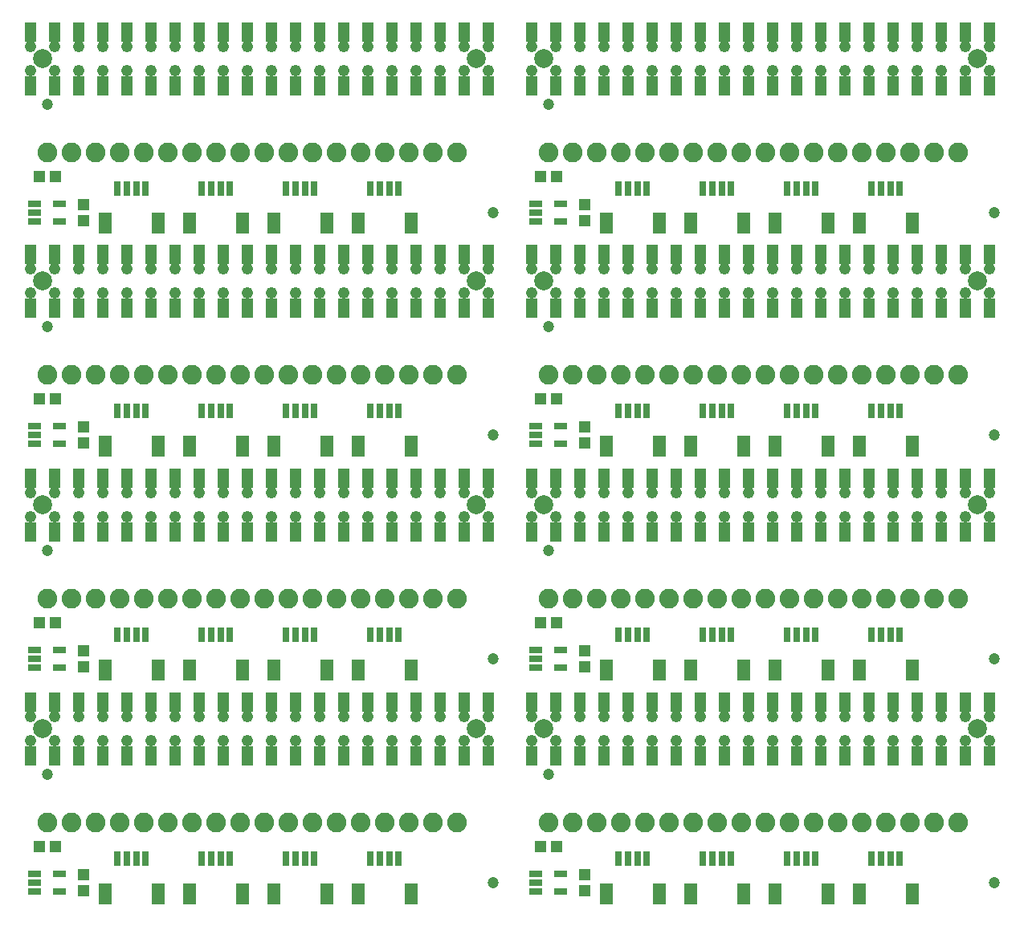
<source format=gts>
G75*
%MOIN*%
%OFA0B0*%
%FSLAX25Y25*%
%IPPOS*%
%LPD*%
%AMOC8*
5,1,8,0,0,1.08239X$1,22.5*
%
%ADD10C,0.04737*%
%ADD11R,0.05524X0.08674*%
%ADD12R,0.03162X0.06115*%
%ADD13C,0.08200*%
%ADD14R,0.04816X0.08162*%
%ADD15C,0.04816*%
%ADD16C,0.07887*%
%ADD17R,0.05131X0.04737*%
%ADD18R,0.04737X0.05131*%
%ADD19R,0.05524X0.02965*%
D10*
X0118333Y0073333D03*
X0118333Y0166333D03*
X0118333Y0259333D03*
X0118333Y0351680D03*
X0303333Y0306680D03*
X0326333Y0351680D03*
X0326333Y0259333D03*
X0303333Y0214333D03*
X0326333Y0166333D03*
X0303333Y0121333D03*
X0326333Y0073333D03*
X0303333Y0028333D03*
X0511333Y0028333D03*
X0511333Y0121333D03*
X0511333Y0214333D03*
X0511333Y0306680D03*
D11*
X0477360Y0302212D03*
X0455313Y0302212D03*
X0442357Y0302211D03*
X0420310Y0302211D03*
X0407357Y0302211D03*
X0385310Y0302211D03*
X0372357Y0302211D03*
X0350310Y0302211D03*
X0269360Y0302212D03*
X0247313Y0302212D03*
X0234357Y0302211D03*
X0212310Y0302211D03*
X0199357Y0302211D03*
X0177310Y0302211D03*
X0164357Y0302211D03*
X0142310Y0302211D03*
X0142310Y0209865D03*
X0164357Y0209865D03*
X0177310Y0209865D03*
X0199357Y0209865D03*
X0212310Y0209865D03*
X0234357Y0209865D03*
X0247313Y0209865D03*
X0269360Y0209865D03*
X0350310Y0209865D03*
X0372357Y0209865D03*
X0385310Y0209865D03*
X0407357Y0209865D03*
X0420310Y0209865D03*
X0442357Y0209865D03*
X0455313Y0209865D03*
X0477360Y0209865D03*
X0477360Y0116865D03*
X0455313Y0116865D03*
X0442357Y0116865D03*
X0420310Y0116865D03*
X0407357Y0116865D03*
X0385310Y0116865D03*
X0372357Y0116865D03*
X0350310Y0116865D03*
X0269360Y0116865D03*
X0247313Y0116865D03*
X0234357Y0116865D03*
X0212310Y0116865D03*
X0199357Y0116865D03*
X0177310Y0116865D03*
X0164357Y0116865D03*
X0142310Y0116865D03*
X0142310Y0023865D03*
X0164357Y0023865D03*
X0177310Y0023865D03*
X0199357Y0023865D03*
X0212310Y0023865D03*
X0234357Y0023865D03*
X0247313Y0023865D03*
X0269360Y0023865D03*
X0350310Y0023865D03*
X0372357Y0023865D03*
X0385310Y0023865D03*
X0407357Y0023865D03*
X0420310Y0023865D03*
X0442357Y0023865D03*
X0455313Y0023865D03*
X0477360Y0023865D03*
D12*
X0472242Y0038334D03*
X0468305Y0038334D03*
X0464368Y0038334D03*
X0460431Y0038334D03*
X0437239Y0038333D03*
X0433302Y0038333D03*
X0429365Y0038333D03*
X0425428Y0038333D03*
X0402239Y0038333D03*
X0398302Y0038333D03*
X0394365Y0038333D03*
X0390428Y0038333D03*
X0367239Y0038333D03*
X0363302Y0038333D03*
X0359365Y0038333D03*
X0355428Y0038333D03*
X0264242Y0038334D03*
X0260305Y0038334D03*
X0256368Y0038334D03*
X0252431Y0038334D03*
X0229239Y0038333D03*
X0225302Y0038333D03*
X0221365Y0038333D03*
X0217428Y0038333D03*
X0194239Y0038333D03*
X0190302Y0038333D03*
X0186365Y0038333D03*
X0182428Y0038333D03*
X0159239Y0038333D03*
X0155302Y0038333D03*
X0151365Y0038333D03*
X0147428Y0038333D03*
X0147428Y0131333D03*
X0151365Y0131333D03*
X0155302Y0131333D03*
X0159239Y0131333D03*
X0182428Y0131333D03*
X0186365Y0131333D03*
X0190302Y0131333D03*
X0194239Y0131333D03*
X0217428Y0131333D03*
X0221365Y0131333D03*
X0225302Y0131333D03*
X0229239Y0131333D03*
X0252431Y0131334D03*
X0256368Y0131334D03*
X0260305Y0131334D03*
X0264242Y0131334D03*
X0355428Y0131333D03*
X0359365Y0131333D03*
X0363302Y0131333D03*
X0367239Y0131333D03*
X0390428Y0131333D03*
X0394365Y0131333D03*
X0398302Y0131333D03*
X0402239Y0131333D03*
X0425428Y0131333D03*
X0429365Y0131333D03*
X0433302Y0131333D03*
X0437239Y0131333D03*
X0460431Y0131334D03*
X0464368Y0131334D03*
X0468305Y0131334D03*
X0472242Y0131334D03*
X0472242Y0224334D03*
X0468305Y0224334D03*
X0464368Y0224334D03*
X0460431Y0224334D03*
X0437239Y0224333D03*
X0433302Y0224333D03*
X0429365Y0224333D03*
X0425428Y0224333D03*
X0402239Y0224333D03*
X0398302Y0224333D03*
X0394365Y0224333D03*
X0390428Y0224333D03*
X0367239Y0224333D03*
X0363302Y0224333D03*
X0359365Y0224333D03*
X0355428Y0224333D03*
X0264242Y0224334D03*
X0260305Y0224334D03*
X0256368Y0224334D03*
X0252431Y0224334D03*
X0229239Y0224333D03*
X0225302Y0224333D03*
X0221365Y0224333D03*
X0217428Y0224333D03*
X0194239Y0224333D03*
X0190302Y0224333D03*
X0186365Y0224333D03*
X0182428Y0224333D03*
X0159239Y0224333D03*
X0155302Y0224333D03*
X0151365Y0224333D03*
X0147428Y0224333D03*
X0147428Y0316680D03*
X0151365Y0316680D03*
X0155302Y0316680D03*
X0159239Y0316680D03*
X0182428Y0316680D03*
X0186365Y0316680D03*
X0190302Y0316680D03*
X0194239Y0316680D03*
X0217428Y0316680D03*
X0221365Y0316680D03*
X0225302Y0316680D03*
X0229239Y0316680D03*
X0252431Y0316680D03*
X0256368Y0316680D03*
X0260305Y0316680D03*
X0264242Y0316680D03*
X0355428Y0316680D03*
X0359365Y0316680D03*
X0363302Y0316680D03*
X0367239Y0316680D03*
X0390428Y0316680D03*
X0394365Y0316680D03*
X0398302Y0316680D03*
X0402239Y0316680D03*
X0425428Y0316680D03*
X0429365Y0316680D03*
X0433302Y0316680D03*
X0437239Y0316680D03*
X0460431Y0316680D03*
X0464368Y0316680D03*
X0468305Y0316680D03*
X0472242Y0316680D03*
D13*
X0476333Y0331680D03*
X0486333Y0331680D03*
X0496333Y0331680D03*
X0466333Y0331680D03*
X0456333Y0331680D03*
X0446333Y0331680D03*
X0436333Y0331680D03*
X0426333Y0331680D03*
X0416333Y0331680D03*
X0406333Y0331680D03*
X0396333Y0331680D03*
X0386333Y0331680D03*
X0376333Y0331680D03*
X0366333Y0331680D03*
X0356333Y0331680D03*
X0346333Y0331680D03*
X0336333Y0331680D03*
X0326333Y0331680D03*
X0288333Y0331680D03*
X0278333Y0331680D03*
X0268333Y0331680D03*
X0258333Y0331680D03*
X0248333Y0331680D03*
X0238333Y0331680D03*
X0228333Y0331680D03*
X0218333Y0331680D03*
X0208333Y0331680D03*
X0198333Y0331680D03*
X0188333Y0331680D03*
X0178333Y0331680D03*
X0168333Y0331680D03*
X0158333Y0331680D03*
X0148333Y0331680D03*
X0138333Y0331680D03*
X0128333Y0331680D03*
X0118333Y0331680D03*
X0118333Y0239333D03*
X0128333Y0239333D03*
X0138333Y0239333D03*
X0148333Y0239333D03*
X0158333Y0239333D03*
X0168333Y0239333D03*
X0178333Y0239333D03*
X0188333Y0239333D03*
X0198333Y0239333D03*
X0208333Y0239333D03*
X0218333Y0239333D03*
X0228333Y0239333D03*
X0238333Y0239333D03*
X0248333Y0239333D03*
X0258333Y0239333D03*
X0268333Y0239333D03*
X0278333Y0239333D03*
X0288333Y0239333D03*
X0326333Y0239333D03*
X0336333Y0239333D03*
X0346333Y0239333D03*
X0356333Y0239333D03*
X0366333Y0239333D03*
X0376333Y0239333D03*
X0386333Y0239333D03*
X0396333Y0239333D03*
X0406333Y0239333D03*
X0416333Y0239333D03*
X0426333Y0239333D03*
X0436333Y0239333D03*
X0446333Y0239333D03*
X0456333Y0239333D03*
X0466333Y0239333D03*
X0476333Y0239333D03*
X0486333Y0239333D03*
X0496333Y0239333D03*
X0496333Y0146333D03*
X0486333Y0146333D03*
X0476333Y0146333D03*
X0466333Y0146333D03*
X0456333Y0146333D03*
X0446333Y0146333D03*
X0436333Y0146333D03*
X0426333Y0146333D03*
X0416333Y0146333D03*
X0406333Y0146333D03*
X0396333Y0146333D03*
X0386333Y0146333D03*
X0376333Y0146333D03*
X0366333Y0146333D03*
X0356333Y0146333D03*
X0346333Y0146333D03*
X0336333Y0146333D03*
X0326333Y0146333D03*
X0288333Y0146333D03*
X0278333Y0146333D03*
X0268333Y0146333D03*
X0258333Y0146333D03*
X0248333Y0146333D03*
X0238333Y0146333D03*
X0228333Y0146333D03*
X0218333Y0146333D03*
X0208333Y0146333D03*
X0198333Y0146333D03*
X0188333Y0146333D03*
X0178333Y0146333D03*
X0168333Y0146333D03*
X0158333Y0146333D03*
X0148333Y0146333D03*
X0138333Y0146333D03*
X0128333Y0146333D03*
X0118333Y0146333D03*
X0118333Y0053333D03*
X0128333Y0053333D03*
X0138333Y0053333D03*
X0148333Y0053333D03*
X0158333Y0053333D03*
X0168333Y0053333D03*
X0178333Y0053333D03*
X0188333Y0053333D03*
X0198333Y0053333D03*
X0208333Y0053333D03*
X0218333Y0053333D03*
X0228333Y0053333D03*
X0238333Y0053333D03*
X0248333Y0053333D03*
X0258333Y0053333D03*
X0268333Y0053333D03*
X0278333Y0053333D03*
X0288333Y0053333D03*
X0326333Y0053333D03*
X0336333Y0053333D03*
X0346333Y0053333D03*
X0356333Y0053333D03*
X0366333Y0053333D03*
X0376333Y0053333D03*
X0386333Y0053333D03*
X0396333Y0053333D03*
X0406333Y0053333D03*
X0416333Y0053333D03*
X0426333Y0053333D03*
X0436333Y0053333D03*
X0446333Y0053333D03*
X0456333Y0053333D03*
X0466333Y0053333D03*
X0476333Y0053333D03*
X0486333Y0053333D03*
X0496333Y0053333D03*
D14*
X0111286Y0080951D03*
X0121286Y0080951D03*
X0131286Y0080951D03*
X0141286Y0080951D03*
X0151286Y0080951D03*
X0161286Y0080951D03*
X0171286Y0080951D03*
X0181286Y0080951D03*
X0191286Y0080951D03*
X0201286Y0080951D03*
X0211286Y0080951D03*
X0221286Y0080951D03*
X0231286Y0080951D03*
X0241286Y0080951D03*
X0251286Y0080951D03*
X0261286Y0080951D03*
X0271286Y0080951D03*
X0281286Y0080951D03*
X0291286Y0080951D03*
X0301286Y0080951D03*
X0319286Y0080951D03*
X0329286Y0080951D03*
X0339286Y0080951D03*
X0349286Y0080951D03*
X0359286Y0080951D03*
X0369286Y0080951D03*
X0379286Y0080951D03*
X0389286Y0080951D03*
X0399286Y0080951D03*
X0409286Y0080951D03*
X0419286Y0080951D03*
X0429286Y0080951D03*
X0439286Y0080951D03*
X0449286Y0080951D03*
X0459286Y0080951D03*
X0469286Y0080951D03*
X0479286Y0080951D03*
X0489286Y0080951D03*
X0499286Y0080951D03*
X0509286Y0080951D03*
X0509286Y0103510D03*
X0499286Y0103510D03*
X0489286Y0103510D03*
X0479286Y0103510D03*
X0469286Y0103510D03*
X0459286Y0103510D03*
X0449286Y0103510D03*
X0439286Y0103510D03*
X0429286Y0103510D03*
X0419286Y0103510D03*
X0409286Y0103510D03*
X0399286Y0103510D03*
X0389286Y0103510D03*
X0379286Y0103510D03*
X0369286Y0103510D03*
X0359286Y0103510D03*
X0349286Y0103510D03*
X0339286Y0103510D03*
X0329286Y0103510D03*
X0319286Y0103510D03*
X0301286Y0103510D03*
X0291286Y0103510D03*
X0281286Y0103510D03*
X0271286Y0103510D03*
X0261286Y0103510D03*
X0251286Y0103510D03*
X0241286Y0103510D03*
X0231286Y0103510D03*
X0221286Y0103510D03*
X0211286Y0103510D03*
X0201286Y0103510D03*
X0191286Y0103510D03*
X0181286Y0103510D03*
X0171286Y0103510D03*
X0161286Y0103510D03*
X0151286Y0103510D03*
X0141286Y0103510D03*
X0131286Y0103510D03*
X0121286Y0103510D03*
X0111286Y0103510D03*
X0111286Y0173951D03*
X0121286Y0173951D03*
X0131286Y0173951D03*
X0141286Y0173951D03*
X0151286Y0173951D03*
X0161286Y0173951D03*
X0171286Y0173951D03*
X0181286Y0173951D03*
X0191286Y0173951D03*
X0201286Y0173951D03*
X0211286Y0173951D03*
X0221286Y0173951D03*
X0231286Y0173951D03*
X0241286Y0173951D03*
X0251286Y0173951D03*
X0261286Y0173951D03*
X0271286Y0173951D03*
X0281286Y0173951D03*
X0291286Y0173951D03*
X0301286Y0173951D03*
X0319286Y0173951D03*
X0329286Y0173951D03*
X0339286Y0173951D03*
X0349286Y0173951D03*
X0359286Y0173951D03*
X0369286Y0173951D03*
X0379286Y0173951D03*
X0389286Y0173951D03*
X0399286Y0173951D03*
X0409286Y0173951D03*
X0419286Y0173951D03*
X0429286Y0173951D03*
X0439286Y0173951D03*
X0449286Y0173951D03*
X0459286Y0173951D03*
X0469286Y0173951D03*
X0479286Y0173951D03*
X0489286Y0173951D03*
X0499286Y0173951D03*
X0509286Y0173951D03*
X0509286Y0196510D03*
X0499286Y0196510D03*
X0489286Y0196510D03*
X0479286Y0196510D03*
X0469286Y0196510D03*
X0459286Y0196510D03*
X0449286Y0196510D03*
X0439286Y0196510D03*
X0429286Y0196510D03*
X0419286Y0196510D03*
X0409286Y0196510D03*
X0399286Y0196510D03*
X0389286Y0196510D03*
X0379286Y0196510D03*
X0369286Y0196510D03*
X0359286Y0196510D03*
X0349286Y0196510D03*
X0339286Y0196510D03*
X0329286Y0196510D03*
X0319286Y0196510D03*
X0301286Y0196510D03*
X0291286Y0196510D03*
X0281286Y0196510D03*
X0271286Y0196510D03*
X0261286Y0196510D03*
X0251286Y0196510D03*
X0241286Y0196510D03*
X0231286Y0196510D03*
X0221286Y0196510D03*
X0211286Y0196510D03*
X0201286Y0196510D03*
X0191286Y0196510D03*
X0181286Y0196510D03*
X0171286Y0196510D03*
X0161286Y0196510D03*
X0151286Y0196510D03*
X0141286Y0196510D03*
X0131286Y0196510D03*
X0121286Y0196510D03*
X0111286Y0196510D03*
X0111286Y0266951D03*
X0121286Y0266951D03*
X0131286Y0266951D03*
X0141286Y0266951D03*
X0151286Y0266951D03*
X0161286Y0266951D03*
X0171286Y0266951D03*
X0181286Y0266951D03*
X0191286Y0266951D03*
X0201286Y0266951D03*
X0211286Y0266951D03*
X0221286Y0266951D03*
X0231286Y0266951D03*
X0241286Y0266951D03*
X0251286Y0266951D03*
X0261286Y0266951D03*
X0271286Y0266951D03*
X0281286Y0266951D03*
X0291286Y0266951D03*
X0301286Y0266951D03*
X0319286Y0266951D03*
X0329286Y0266951D03*
X0339286Y0266951D03*
X0349286Y0266951D03*
X0359286Y0266951D03*
X0369286Y0266951D03*
X0379286Y0266951D03*
X0389286Y0266951D03*
X0399286Y0266951D03*
X0409286Y0266951D03*
X0419286Y0266951D03*
X0429286Y0266951D03*
X0439286Y0266951D03*
X0449286Y0266951D03*
X0459286Y0266951D03*
X0469286Y0266951D03*
X0479286Y0266951D03*
X0489286Y0266951D03*
X0499286Y0266951D03*
X0509286Y0266951D03*
X0509286Y0289510D03*
X0499286Y0289510D03*
X0489286Y0289510D03*
X0479286Y0289510D03*
X0469286Y0289510D03*
X0459286Y0289510D03*
X0449286Y0289510D03*
X0439286Y0289510D03*
X0429286Y0289510D03*
X0419286Y0289510D03*
X0409286Y0289510D03*
X0399286Y0289510D03*
X0389286Y0289510D03*
X0379286Y0289510D03*
X0369286Y0289510D03*
X0359286Y0289510D03*
X0349286Y0289510D03*
X0339286Y0289510D03*
X0329286Y0289510D03*
X0319286Y0289510D03*
X0301286Y0289510D03*
X0291286Y0289510D03*
X0281286Y0289510D03*
X0271286Y0289510D03*
X0261286Y0289510D03*
X0251286Y0289510D03*
X0241286Y0289510D03*
X0231286Y0289510D03*
X0221286Y0289510D03*
X0211286Y0289510D03*
X0201286Y0289510D03*
X0191286Y0289510D03*
X0181286Y0289510D03*
X0171286Y0289510D03*
X0161286Y0289510D03*
X0151286Y0289510D03*
X0141286Y0289510D03*
X0131286Y0289510D03*
X0121286Y0289510D03*
X0111286Y0289510D03*
X0111286Y0359298D03*
X0121286Y0359298D03*
X0131286Y0359298D03*
X0141286Y0359298D03*
X0151286Y0359298D03*
X0161286Y0359298D03*
X0171286Y0359298D03*
X0181286Y0359298D03*
X0191286Y0359298D03*
X0201286Y0359298D03*
X0211286Y0359298D03*
X0221286Y0359298D03*
X0231286Y0359298D03*
X0241286Y0359298D03*
X0251286Y0359298D03*
X0261286Y0359298D03*
X0271286Y0359298D03*
X0281286Y0359298D03*
X0291286Y0359298D03*
X0301286Y0359298D03*
X0319286Y0359298D03*
X0329286Y0359298D03*
X0339286Y0359298D03*
X0349286Y0359298D03*
X0359286Y0359298D03*
X0369286Y0359298D03*
X0379286Y0359298D03*
X0389286Y0359298D03*
X0399286Y0359298D03*
X0409286Y0359298D03*
X0419286Y0359298D03*
X0429286Y0359298D03*
X0439286Y0359298D03*
X0449286Y0359298D03*
X0459286Y0359298D03*
X0469286Y0359298D03*
X0479286Y0359298D03*
X0489286Y0359298D03*
X0499286Y0359298D03*
X0509286Y0359298D03*
X0509286Y0381857D03*
X0499286Y0381857D03*
X0489286Y0381857D03*
X0479286Y0381857D03*
X0469286Y0381857D03*
X0459286Y0381857D03*
X0449286Y0381857D03*
X0439286Y0381857D03*
X0429286Y0381857D03*
X0419286Y0381857D03*
X0409286Y0381857D03*
X0399286Y0381857D03*
X0389286Y0381857D03*
X0379286Y0381857D03*
X0369286Y0381857D03*
X0359286Y0381857D03*
X0349286Y0381857D03*
X0339286Y0381857D03*
X0329286Y0381857D03*
X0319286Y0381857D03*
X0301286Y0381857D03*
X0291286Y0381857D03*
X0281286Y0381857D03*
X0271286Y0381857D03*
X0261286Y0381857D03*
X0251286Y0381857D03*
X0241286Y0381857D03*
X0231286Y0381857D03*
X0221286Y0381857D03*
X0211286Y0381857D03*
X0201286Y0381857D03*
X0191286Y0381857D03*
X0181286Y0381857D03*
X0171286Y0381857D03*
X0161286Y0381857D03*
X0151286Y0381857D03*
X0141286Y0381857D03*
X0131286Y0381857D03*
X0121286Y0381857D03*
X0111286Y0381857D03*
D15*
X0111286Y0375577D03*
X0111286Y0365577D03*
X0121286Y0365577D03*
X0121286Y0375577D03*
X0131286Y0375577D03*
X0131286Y0365577D03*
X0141286Y0365577D03*
X0141286Y0375577D03*
X0151286Y0375577D03*
X0151286Y0365577D03*
X0161286Y0365577D03*
X0161286Y0375577D03*
X0171286Y0375577D03*
X0171286Y0365577D03*
X0181286Y0365577D03*
X0191286Y0365577D03*
X0191286Y0375577D03*
X0181286Y0375577D03*
X0201286Y0375577D03*
X0201286Y0365577D03*
X0211286Y0365577D03*
X0211286Y0375577D03*
X0221286Y0375577D03*
X0221286Y0365577D03*
X0231286Y0365577D03*
X0241286Y0365577D03*
X0241286Y0375577D03*
X0231286Y0375577D03*
X0251286Y0375577D03*
X0251286Y0365577D03*
X0261286Y0365577D03*
X0261286Y0375577D03*
X0271286Y0375577D03*
X0271286Y0365577D03*
X0281286Y0365577D03*
X0291286Y0365577D03*
X0291286Y0375577D03*
X0281286Y0375577D03*
X0301286Y0375577D03*
X0301286Y0365577D03*
X0319286Y0365577D03*
X0329286Y0365577D03*
X0329286Y0375577D03*
X0319286Y0375577D03*
X0339286Y0375577D03*
X0339286Y0365577D03*
X0349286Y0365577D03*
X0349286Y0375577D03*
X0359286Y0375577D03*
X0359286Y0365577D03*
X0369286Y0365577D03*
X0379286Y0365577D03*
X0379286Y0375577D03*
X0369286Y0375577D03*
X0389286Y0375577D03*
X0389286Y0365577D03*
X0399286Y0365577D03*
X0399286Y0375577D03*
X0409286Y0375577D03*
X0409286Y0365577D03*
X0419286Y0365577D03*
X0429286Y0365577D03*
X0429286Y0375577D03*
X0419286Y0375577D03*
X0439286Y0375577D03*
X0439286Y0365577D03*
X0449286Y0365577D03*
X0459286Y0365577D03*
X0459286Y0375577D03*
X0449286Y0375577D03*
X0469286Y0375577D03*
X0469286Y0365577D03*
X0479286Y0365577D03*
X0479286Y0375577D03*
X0489286Y0375577D03*
X0489286Y0365577D03*
X0499286Y0365577D03*
X0509286Y0365577D03*
X0509286Y0375577D03*
X0499286Y0375577D03*
X0499286Y0283231D03*
X0509286Y0283231D03*
X0509286Y0273231D03*
X0499286Y0273231D03*
X0489286Y0273231D03*
X0479286Y0273231D03*
X0469286Y0273231D03*
X0459286Y0273231D03*
X0449286Y0273231D03*
X0439286Y0273231D03*
X0429286Y0273231D03*
X0419286Y0273231D03*
X0409286Y0273231D03*
X0399286Y0273231D03*
X0389286Y0273231D03*
X0379286Y0273231D03*
X0369286Y0273231D03*
X0359286Y0273231D03*
X0349286Y0273231D03*
X0339286Y0273231D03*
X0329286Y0273231D03*
X0319286Y0273231D03*
X0319286Y0283231D03*
X0329286Y0283231D03*
X0339286Y0283231D03*
X0349286Y0283231D03*
X0359286Y0283231D03*
X0369286Y0283231D03*
X0379286Y0283231D03*
X0389286Y0283231D03*
X0399286Y0283231D03*
X0409286Y0283231D03*
X0419286Y0283231D03*
X0429286Y0283231D03*
X0439286Y0283231D03*
X0449286Y0283231D03*
X0459286Y0283231D03*
X0469286Y0283231D03*
X0479286Y0283231D03*
X0489286Y0283231D03*
X0489286Y0190231D03*
X0479286Y0190231D03*
X0469286Y0190231D03*
X0459286Y0190231D03*
X0449286Y0190231D03*
X0439286Y0190231D03*
X0429286Y0190231D03*
X0419286Y0190231D03*
X0409286Y0190231D03*
X0399286Y0190231D03*
X0389286Y0190231D03*
X0379286Y0190231D03*
X0369286Y0190231D03*
X0359286Y0190231D03*
X0349286Y0190231D03*
X0339286Y0190231D03*
X0329286Y0190231D03*
X0319286Y0190231D03*
X0319286Y0180231D03*
X0329286Y0180231D03*
X0339286Y0180231D03*
X0349286Y0180231D03*
X0359286Y0180231D03*
X0369286Y0180231D03*
X0379286Y0180231D03*
X0389286Y0180231D03*
X0399286Y0180231D03*
X0409286Y0180231D03*
X0419286Y0180231D03*
X0429286Y0180231D03*
X0439286Y0180231D03*
X0449286Y0180231D03*
X0459286Y0180231D03*
X0469286Y0180231D03*
X0479286Y0180231D03*
X0489286Y0180231D03*
X0499286Y0180231D03*
X0509286Y0180231D03*
X0509286Y0190231D03*
X0499286Y0190231D03*
X0499286Y0097231D03*
X0509286Y0097231D03*
X0509286Y0087231D03*
X0499286Y0087231D03*
X0489286Y0087231D03*
X0479286Y0087231D03*
X0469286Y0087231D03*
X0459286Y0087231D03*
X0449286Y0087231D03*
X0439286Y0087231D03*
X0429286Y0087231D03*
X0419286Y0087231D03*
X0409286Y0087231D03*
X0399286Y0087231D03*
X0389286Y0087231D03*
X0379286Y0087231D03*
X0369286Y0087231D03*
X0359286Y0087231D03*
X0349286Y0087231D03*
X0339286Y0087231D03*
X0329286Y0087231D03*
X0319286Y0087231D03*
X0319286Y0097231D03*
X0329286Y0097231D03*
X0339286Y0097231D03*
X0349286Y0097231D03*
X0359286Y0097231D03*
X0369286Y0097231D03*
X0379286Y0097231D03*
X0389286Y0097231D03*
X0399286Y0097231D03*
X0409286Y0097231D03*
X0419286Y0097231D03*
X0429286Y0097231D03*
X0439286Y0097231D03*
X0449286Y0097231D03*
X0459286Y0097231D03*
X0469286Y0097231D03*
X0479286Y0097231D03*
X0489286Y0097231D03*
X0301286Y0097231D03*
X0291286Y0097231D03*
X0281286Y0097231D03*
X0271286Y0097231D03*
X0261286Y0097231D03*
X0251286Y0097231D03*
X0241286Y0097231D03*
X0231286Y0097231D03*
X0221286Y0097231D03*
X0211286Y0097231D03*
X0201286Y0097231D03*
X0191286Y0097231D03*
X0181286Y0097231D03*
X0171286Y0097231D03*
X0161286Y0097231D03*
X0151286Y0097231D03*
X0141286Y0097231D03*
X0131286Y0097231D03*
X0121286Y0097231D03*
X0111286Y0097231D03*
X0111286Y0087231D03*
X0121286Y0087231D03*
X0131286Y0087231D03*
X0141286Y0087231D03*
X0151286Y0087231D03*
X0161286Y0087231D03*
X0171286Y0087231D03*
X0181286Y0087231D03*
X0191286Y0087231D03*
X0201286Y0087231D03*
X0211286Y0087231D03*
X0221286Y0087231D03*
X0231286Y0087231D03*
X0241286Y0087231D03*
X0251286Y0087231D03*
X0261286Y0087231D03*
X0271286Y0087231D03*
X0281286Y0087231D03*
X0291286Y0087231D03*
X0301286Y0087231D03*
X0301286Y0180231D03*
X0291286Y0180231D03*
X0281286Y0180231D03*
X0271286Y0180231D03*
X0261286Y0180231D03*
X0251286Y0180231D03*
X0241286Y0180231D03*
X0231286Y0180231D03*
X0221286Y0180231D03*
X0211286Y0180231D03*
X0201286Y0180231D03*
X0191286Y0180231D03*
X0181286Y0180231D03*
X0171286Y0180231D03*
X0161286Y0180231D03*
X0151286Y0180231D03*
X0141286Y0180231D03*
X0131286Y0180231D03*
X0121286Y0180231D03*
X0111286Y0180231D03*
X0111286Y0190231D03*
X0121286Y0190231D03*
X0131286Y0190231D03*
X0141286Y0190231D03*
X0151286Y0190231D03*
X0161286Y0190231D03*
X0171286Y0190231D03*
X0181286Y0190231D03*
X0191286Y0190231D03*
X0201286Y0190231D03*
X0211286Y0190231D03*
X0221286Y0190231D03*
X0231286Y0190231D03*
X0241286Y0190231D03*
X0251286Y0190231D03*
X0261286Y0190231D03*
X0271286Y0190231D03*
X0281286Y0190231D03*
X0291286Y0190231D03*
X0301286Y0190231D03*
X0301286Y0273231D03*
X0291286Y0273231D03*
X0281286Y0273231D03*
X0271286Y0273231D03*
X0261286Y0273231D03*
X0251286Y0273231D03*
X0241286Y0273231D03*
X0231286Y0273231D03*
X0221286Y0273231D03*
X0211286Y0273231D03*
X0201286Y0273231D03*
X0191286Y0273231D03*
X0181286Y0273231D03*
X0171286Y0273231D03*
X0161286Y0273231D03*
X0151286Y0273231D03*
X0141286Y0273231D03*
X0131286Y0273231D03*
X0121286Y0273231D03*
X0111286Y0273231D03*
X0111286Y0283231D03*
X0121286Y0283231D03*
X0131286Y0283231D03*
X0141286Y0283231D03*
X0151286Y0283231D03*
X0161286Y0283231D03*
X0171286Y0283231D03*
X0181286Y0283231D03*
X0191286Y0283231D03*
X0201286Y0283231D03*
X0211286Y0283231D03*
X0221286Y0283231D03*
X0231286Y0283231D03*
X0241286Y0283231D03*
X0251286Y0283231D03*
X0261286Y0283231D03*
X0271286Y0283231D03*
X0281286Y0283231D03*
X0291286Y0283231D03*
X0301286Y0283231D03*
D16*
X0296286Y0278231D03*
X0324286Y0278231D03*
X0324286Y0370577D03*
X0296286Y0370577D03*
X0116286Y0370577D03*
X0116286Y0278231D03*
X0116286Y0185231D03*
X0116286Y0092231D03*
X0296286Y0092231D03*
X0324286Y0092231D03*
X0324286Y0185231D03*
X0296286Y0185231D03*
X0504286Y0185231D03*
X0504286Y0278231D03*
X0504286Y0370577D03*
X0504286Y0092231D03*
D17*
X0329680Y0136333D03*
X0322987Y0136333D03*
X0322987Y0043333D03*
X0329680Y0043333D03*
X0329680Y0229333D03*
X0322987Y0229333D03*
X0322987Y0321680D03*
X0329680Y0321680D03*
X0121680Y0321680D03*
X0114987Y0321680D03*
X0114987Y0229333D03*
X0121680Y0229333D03*
X0121680Y0136333D03*
X0114987Y0136333D03*
X0114987Y0043333D03*
X0121680Y0043333D03*
D18*
X0133333Y0031680D03*
X0133333Y0024987D03*
X0133333Y0117987D03*
X0133333Y0124680D03*
X0133333Y0210987D03*
X0133333Y0217680D03*
X0133333Y0303333D03*
X0133333Y0310026D03*
X0341333Y0310026D03*
X0341333Y0303333D03*
X0341333Y0217680D03*
X0341333Y0210987D03*
X0341333Y0124680D03*
X0341333Y0117987D03*
X0341333Y0031680D03*
X0341333Y0024987D03*
D19*
X0331452Y0024593D03*
X0331452Y0032073D03*
X0321215Y0032073D03*
X0321215Y0028333D03*
X0321215Y0024593D03*
X0321215Y0117593D03*
X0321215Y0121333D03*
X0321215Y0125073D03*
X0331452Y0125073D03*
X0331452Y0117593D03*
X0331452Y0210593D03*
X0331452Y0218073D03*
X0321215Y0218073D03*
X0321215Y0214333D03*
X0321215Y0210593D03*
X0321215Y0302940D03*
X0321215Y0306680D03*
X0321215Y0310420D03*
X0331452Y0310420D03*
X0331452Y0302940D03*
X0123452Y0302940D03*
X0123452Y0310420D03*
X0113215Y0310420D03*
X0113215Y0306680D03*
X0113215Y0302940D03*
X0113215Y0218073D03*
X0113215Y0214333D03*
X0113215Y0210593D03*
X0123452Y0210593D03*
X0123452Y0218073D03*
X0123452Y0125073D03*
X0123452Y0117593D03*
X0113215Y0117593D03*
X0113215Y0121333D03*
X0113215Y0125073D03*
X0113215Y0032073D03*
X0113215Y0028333D03*
X0113215Y0024593D03*
X0123452Y0024593D03*
X0123452Y0032073D03*
M02*

</source>
